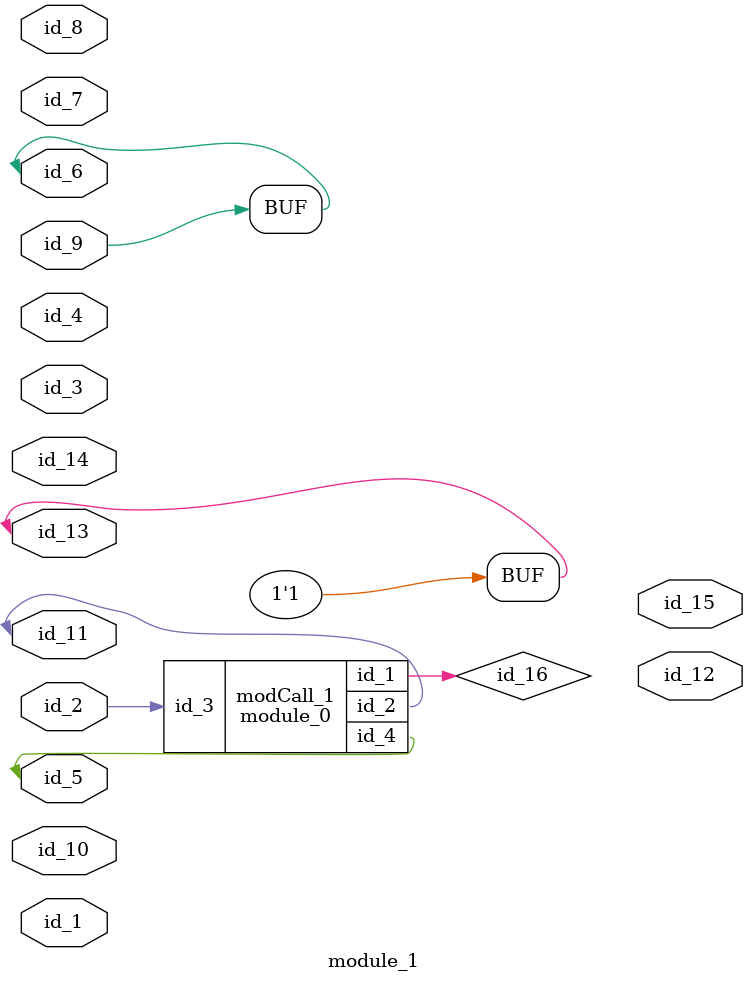
<source format=v>
module module_0 (
    id_1,
    id_2,
    id_3,
    id_4
);
  inout wire id_4;
  input wire id_3;
  inout wire id_2;
  inout wire id_1;
  wire  id_5  ,  id_6  ,  id_7  ,  id_8  ,  id_9  ,  id_10  ,  id_11  ,  id_12  ,  id_13  ,  id_14  ,  id_15  ,  id_16  ,  id_17  ,  id_18  ,  id_19  ,  id_20  ,  id_21  ;
endmodule
module module_1 (
    id_1,
    id_2,
    id_3,
    id_4,
    id_5,
    id_6,
    id_7,
    id_8,
    id_9,
    id_10,
    id_11,
    id_12,
    id_13,
    id_14,
    id_15
);
  output wire id_15;
  input wire id_14;
  inout wire id_13;
  output wire id_12;
  inout wire id_11;
  inout wire id_10;
  input wire id_9;
  input wire id_8;
  inout wire id_7;
  inout wire id_6;
  inout wire id_5;
  input wire id_4;
  inout wire id_3;
  inout wire id_2;
  inout wire id_1;
  wire id_16;
  always @* begin : LABEL_0
    id_6  <= id_9;
    id_13 <= 1;
  end
  module_0 modCall_1 (
      id_16,
      id_11,
      id_2,
      id_5
  );
endmodule

</source>
